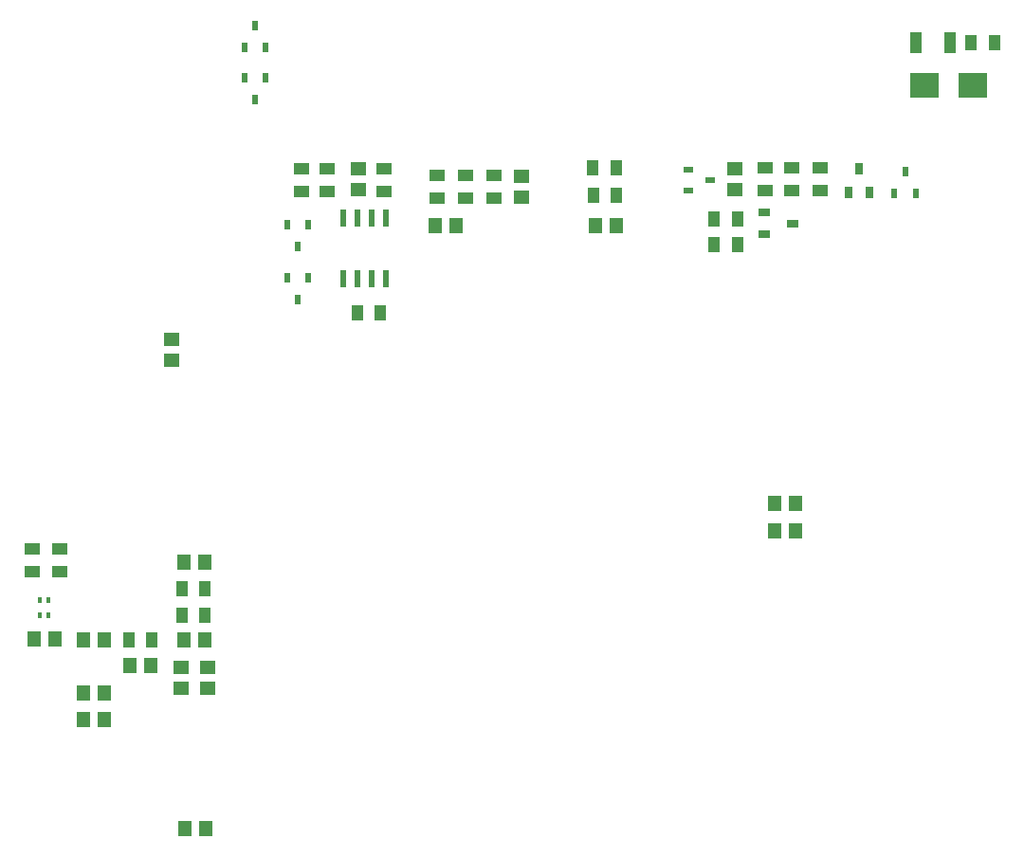
<source format=gtp>
G04*
G04 #@! TF.GenerationSoftware,Altium Limited,Altium Designer,21.4.1 (30)*
G04*
G04 Layer_Color=8421504*
%FSLAX44Y44*%
%MOMM*%
G71*
G04*
G04 #@! TF.SameCoordinates,C757E9F2-7087-4A76-99C7-233D7C25EA9E*
G04*
G04*
G04 #@! TF.FilePolarity,Positive*
G04*
G01*
G75*
%ADD20R,0.3000X0.5000*%
%ADD21R,1.4500X1.3000*%
%ADD22R,1.3500X1.0000*%
%ADD23R,0.8000X1.1000*%
%ADD24R,0.5600X0.9500*%
%ADD25R,1.3000X1.4500*%
%ADD26R,1.0000X1.3500*%
%ADD27R,0.5500X1.5000*%
%ADD28R,1.0000X0.8000*%
%ADD29R,0.9500X0.5600*%
%ADD30R,2.5000X2.3000*%
%ADD31R,1.0000X1.9000*%
D20*
X42000Y301750D02*
D03*
X34000D02*
D03*
Y287750D02*
D03*
X42000D02*
D03*
D21*
X318870Y686670D02*
D03*
Y668130D02*
D03*
X654900Y686990D02*
D03*
Y668450D02*
D03*
X160250Y241290D02*
D03*
Y222750D02*
D03*
X184000Y222980D02*
D03*
Y241520D02*
D03*
X151750Y534520D02*
D03*
Y515980D02*
D03*
X464020Y661290D02*
D03*
Y679830D02*
D03*
D22*
X731100Y687990D02*
D03*
Y667450D02*
D03*
X705700Y667560D02*
D03*
Y688100D02*
D03*
X681570Y667450D02*
D03*
Y687990D02*
D03*
X27250Y347790D02*
D03*
Y327250D02*
D03*
X51750Y327230D02*
D03*
Y347770D02*
D03*
X268070Y666640D02*
D03*
Y687180D02*
D03*
X290930Y666520D02*
D03*
Y687060D02*
D03*
X414490Y680830D02*
D03*
Y660290D02*
D03*
X389090Y660290D02*
D03*
Y680830D02*
D03*
X439890Y660290D02*
D03*
Y680830D02*
D03*
X341730Y687290D02*
D03*
Y666750D02*
D03*
D23*
X756500Y665750D02*
D03*
X775500D02*
D03*
X766000Y686750D02*
D03*
D24*
X236000Y795462D02*
D03*
X217000D02*
D03*
X226500Y814962D02*
D03*
X226476Y748940D02*
D03*
X216976Y768440D02*
D03*
X235976D02*
D03*
X264590Y570330D02*
D03*
X274090Y589830D02*
D03*
X255090D02*
D03*
X264590Y617320D02*
D03*
X274090Y636820D02*
D03*
X255090D02*
D03*
X797540Y665070D02*
D03*
X816540D02*
D03*
X807040Y684570D02*
D03*
D25*
X164230Y97750D02*
D03*
X182770D02*
D03*
X162710Y335500D02*
D03*
X181250D02*
D03*
X29460Y267250D02*
D03*
X48000D02*
D03*
X91770Y195440D02*
D03*
X73230D02*
D03*
X114730Y243000D02*
D03*
X133270D02*
D03*
X73230Y266000D02*
D03*
X91770D02*
D03*
X73480Y219000D02*
D03*
X92020D02*
D03*
X162710Y265750D02*
D03*
X181250D02*
D03*
X405750Y636000D02*
D03*
X387210D02*
D03*
X549030Y636490D02*
D03*
X530490D02*
D03*
X690250Y363250D02*
D03*
X708790D02*
D03*
Y387750D02*
D03*
X690250D02*
D03*
D26*
X161210Y288000D02*
D03*
X181750D02*
D03*
X181750Y312250D02*
D03*
X161210D02*
D03*
X657040Y641820D02*
D03*
X636500D02*
D03*
X113480Y266500D02*
D03*
X134020D02*
D03*
X317890Y558540D02*
D03*
X338430D02*
D03*
X528450Y663550D02*
D03*
X548990D02*
D03*
X548770Y687500D02*
D03*
X528230D02*
D03*
X657040Y619570D02*
D03*
X636500D02*
D03*
X866010Y799750D02*
D03*
X886550D02*
D03*
D27*
X343330Y642640D02*
D03*
X330630D02*
D03*
X317930D02*
D03*
X305230D02*
D03*
X343330Y588640D02*
D03*
X330630D02*
D03*
X317930D02*
D03*
X305230D02*
D03*
D28*
X681290Y628320D02*
D03*
Y647820D02*
D03*
X706290Y638070D02*
D03*
D29*
X632900Y676704D02*
D03*
X613400Y686204D02*
D03*
Y667204D02*
D03*
D30*
X867300Y761650D02*
D03*
X824300D02*
D03*
D31*
X846830Y799750D02*
D03*
X816830D02*
D03*
M02*

</source>
